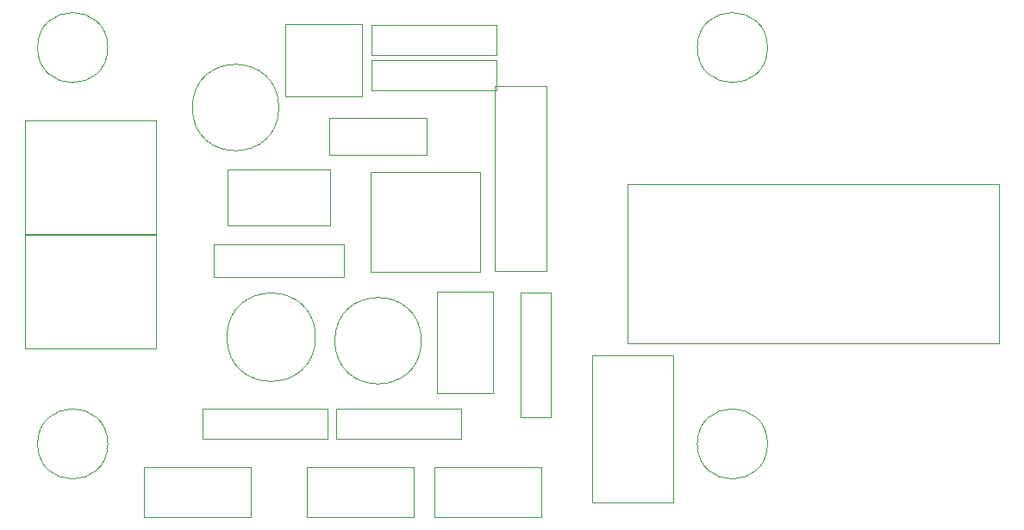
<source format=gbr>
G04 #@! TF.GenerationSoftware,KiCad,Pcbnew,(6.0.2)*
G04 #@! TF.CreationDate,2022-10-13T14:07:27+01:00*
G04 #@! TF.ProjectId,led_driver,6c65645f-6472-4697-9665-722e6b696361,rev?*
G04 #@! TF.SameCoordinates,Original*
G04 #@! TF.FileFunction,Other,User*
%FSLAX46Y46*%
G04 Gerber Fmt 4.6, Leading zero omitted, Abs format (unit mm)*
G04 Created by KiCad (PCBNEW (6.0.2)) date 2022-10-13 14:07:27*
%MOMM*%
%LPD*%
G01*
G04 APERTURE LIST*
%ADD10C,0.050000*%
G04 APERTURE END LIST*
D10*
X116200000Y-64950000D02*
X116200000Y-68550000D01*
X125800000Y-64950000D02*
X116200000Y-64950000D01*
X125800000Y-68550000D02*
X125800000Y-64950000D01*
X116200000Y-68550000D02*
X125800000Y-68550000D01*
X111900000Y-55650000D02*
X111900000Y-62800000D01*
X119450000Y-55650000D02*
X111900000Y-55650000D01*
X119450000Y-62800000D02*
X119450000Y-55650000D01*
X111900000Y-62800000D02*
X119450000Y-62800000D01*
X142050000Y-102750000D02*
X149950000Y-102750000D01*
X149950000Y-102750000D02*
X149950000Y-88250000D01*
X142050000Y-88250000D02*
X142050000Y-102750000D01*
X149950000Y-88250000D02*
X142050000Y-88250000D01*
X103790000Y-93500000D02*
X103790000Y-96500000D01*
X103790000Y-96500000D02*
X116050000Y-96500000D01*
X116050000Y-93500000D02*
X103790000Y-93500000D01*
X116050000Y-96500000D02*
X116050000Y-93500000D01*
X137000000Y-104205000D02*
X137000000Y-99295000D01*
X137000000Y-99295000D02*
X126500000Y-99295000D01*
X126500000Y-104205000D02*
X137000000Y-104205000D01*
X126500000Y-99295000D02*
X126500000Y-104205000D01*
X129130000Y-96500000D02*
X129130000Y-93500000D01*
X129130000Y-93500000D02*
X116870000Y-93500000D01*
X116870000Y-96500000D02*
X129130000Y-96500000D01*
X116870000Y-93500000D02*
X116870000Y-96500000D01*
X132500000Y-79950000D02*
X137500000Y-79950000D01*
X137500000Y-79950000D02*
X137500000Y-61810000D01*
X132500000Y-61810000D02*
X132500000Y-79950000D01*
X137500000Y-61810000D02*
X132500000Y-61810000D01*
X108500000Y-104205000D02*
X108500000Y-99295000D01*
X98000000Y-104205000D02*
X108500000Y-104205000D01*
X108500000Y-99295000D02*
X98000000Y-99295000D01*
X98000000Y-99295000D02*
X98000000Y-104205000D01*
X124500000Y-104205000D02*
X124500000Y-99295000D01*
X114000000Y-104205000D02*
X124500000Y-104205000D01*
X124500000Y-99295000D02*
X114000000Y-99295000D01*
X114000000Y-99295000D02*
X114000000Y-104205000D01*
X116250000Y-70000000D02*
X106250000Y-70000000D01*
X106250000Y-70000000D02*
X106250000Y-75500000D01*
X116250000Y-75500000D02*
X116250000Y-70000000D01*
X106250000Y-75500000D02*
X116250000Y-75500000D01*
X125250000Y-86847349D02*
G75*
G03*
X125250000Y-86847349I-4250000J0D01*
G01*
X132250000Y-82000000D02*
X126750000Y-82000000D01*
X126750000Y-92000000D02*
X132250000Y-92000000D01*
X126750000Y-82000000D02*
X126750000Y-92000000D01*
X132250000Y-92000000D02*
X132250000Y-82000000D01*
X111250000Y-63902651D02*
G75*
G03*
X111250000Y-63902651I-4250000J0D01*
G01*
X104820000Y-80600000D02*
X117680000Y-80600000D01*
X104820000Y-77400000D02*
X104820000Y-80600000D01*
X117680000Y-80600000D02*
X117680000Y-77400000D01*
X117680000Y-77400000D02*
X104820000Y-77400000D01*
X99220000Y-76405000D02*
X86280000Y-76405000D01*
X99220000Y-76405000D02*
X99220000Y-87595000D01*
X86280000Y-87595000D02*
X86280000Y-76405000D01*
X86280000Y-87595000D02*
X99220000Y-87595000D01*
X145500000Y-71400000D02*
X182000000Y-71400000D01*
X145500000Y-71400000D02*
X145500000Y-87100000D01*
X145500000Y-87100000D02*
X182000000Y-87100000D01*
X182000000Y-87100000D02*
X182000000Y-71400000D01*
X135000000Y-94380000D02*
X138000000Y-94380000D01*
X138000000Y-94380000D02*
X138000000Y-82120000D01*
X138000000Y-82120000D02*
X135000000Y-82120000D01*
X135000000Y-82120000D02*
X135000000Y-94380000D01*
X120370000Y-59250000D02*
X120370000Y-62250000D01*
X132630000Y-59250000D02*
X120370000Y-59250000D01*
X120370000Y-62250000D02*
X132630000Y-62250000D01*
X132630000Y-62250000D02*
X132630000Y-59250000D01*
X130988400Y-80060800D02*
X130988400Y-70260800D01*
X120288400Y-70260800D02*
X120288400Y-80060800D01*
X130988400Y-70260800D02*
X120288400Y-70260800D01*
X120288400Y-80060800D02*
X130988400Y-80060800D01*
X94450000Y-58000000D02*
G75*
G03*
X94450000Y-58000000I-3450000J0D01*
G01*
X94450000Y-97000000D02*
G75*
G03*
X94450000Y-97000000I-3450000J0D01*
G01*
X120370000Y-58750000D02*
X132630000Y-58750000D01*
X132630000Y-58750000D02*
X132630000Y-55750000D01*
X120370000Y-55750000D02*
X120370000Y-58750000D01*
X132630000Y-55750000D02*
X120370000Y-55750000D01*
X159250000Y-58000000D02*
G75*
G03*
X159250000Y-58000000I-3450000J0D01*
G01*
X86280000Y-76360000D02*
X86280000Y-65170000D01*
X99220000Y-65170000D02*
X86280000Y-65170000D01*
X86280000Y-76360000D02*
X99220000Y-76360000D01*
X99220000Y-65170000D02*
X99220000Y-76360000D01*
X159250000Y-97000000D02*
G75*
G03*
X159250000Y-97000000I-3450000J0D01*
G01*
X114850000Y-86500000D02*
G75*
G03*
X114850000Y-86500000I-4350000J0D01*
G01*
M02*

</source>
